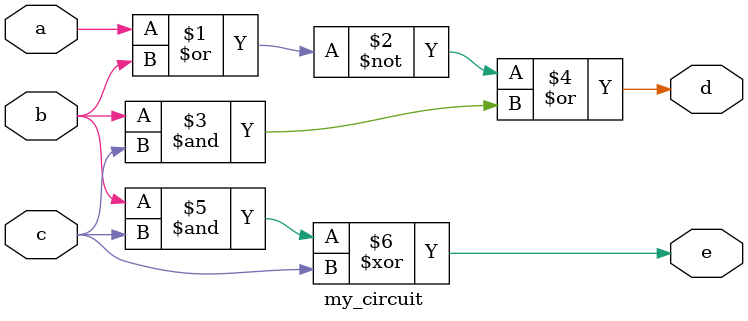
<source format=v>
module my_circuit(input a, b, c, output d, e);
   
   assign d = ~(a | b) | (b & c);
   assign e = (b & c) ^ c;

endmodule
</source>
